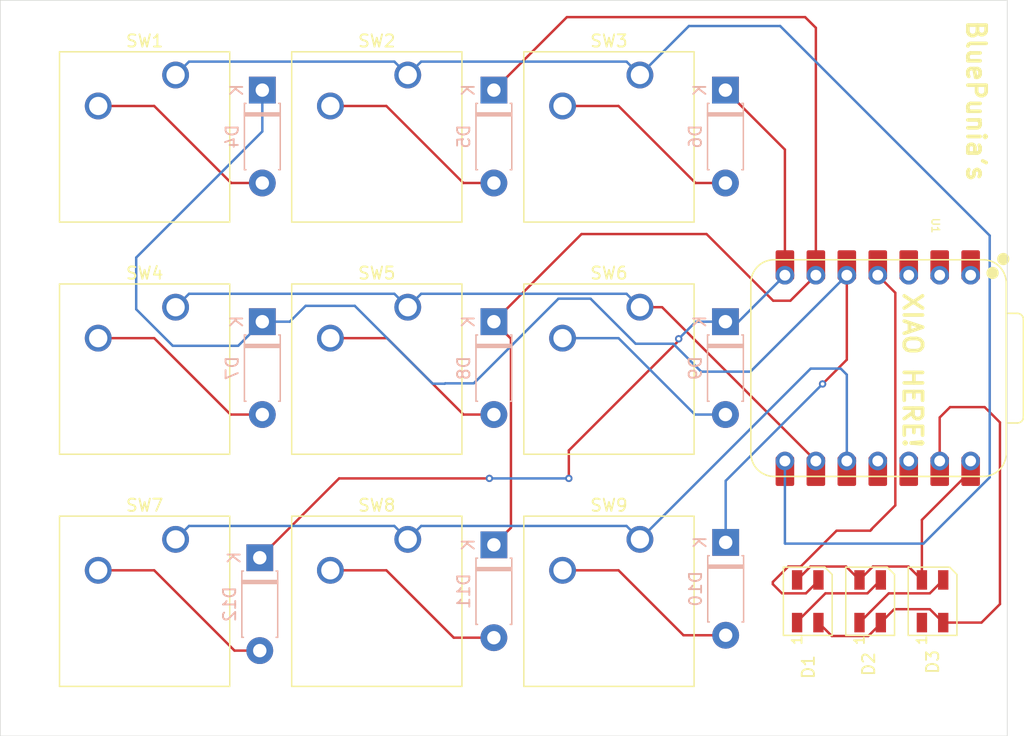
<source format=kicad_pcb>
(kicad_pcb (version 20240108) (generator "pcbnew") (generator_version "8.0")
  (layers (0 "F.Cu" signal) (31 "B.Cu" signal) (34 "B.Paste" user) (35 "F.Paste" user) (36 "B.SilkS" user "B.Silkscreen") (37 "F.SilkS" user "F.Silkscreen") (38 "B.Mask" user) (39 "F.Mask" user) (44 "Edge.Cuts" user))
  (net 0 "")
  (net 1 "Net-(D1-DIN)")
  (net 2 "GND")
  (net 3 "Net-(D1-DOUT)")
  (net 4 "+5V")
  (net 5 "Net-(D2-DOUT)")
  (net 7 "Net-(D4-A)")
  (net 8 "Net-(D10-K)")
  (net 9 "Net-(D11-K)")
  (net 10 "Net-(D5-A)")
  (net 11 "Net-(D6-A)")
  (net 12 "Net-(D12-K)")
  (net 13 "Net-(D7-A)")
  (net 14 "Net-(D8-A)")
  (net 15 "Net-(D9-A)")
  (net 16 "Net-(D10-A)")
  (net 17 "Net-(D11-A)")
  (net 18 "Net-(D12-A)")
  (net 19 "Net-(U1-GPIO1{slash}RX)")
  (net 20 "Net-(U1-GPIO2{slash}SCK)")
  (net 21 "Net-(U1-GPIO4{slash}MISO)")
  (footprint "LED_SMD:LED_SK6812MINI_PLCC4_3.5x3.5mm_P1.75mm" (layer "F.Cu") (at 147.995 97.63125 90)
    (property "Reference" "D3" (at -4.97625 0.01 90) (layer "F.SilkS"))
    (property "Value" "SK6812MINI")
    (fp_line (start -2.8 -2) (end 2.8 -2) (stroke (width 0.12)) (layer "F.SilkS"))
    (fp_line (start -2.8 -2) (end -2.8 2) (stroke (width 0.12)) (layer "F.SilkS"))
    (fp_line (start 2.8 1.4) (end 2.8 -2) (stroke (width 0.12)) (layer "F.SilkS"))
    (fp_line (start 2.8 1.4) (end 2.2 2) (stroke (width 0.12)) (layer "F.SilkS"))
    (fp_line (start -2.8 2) (end 2.2 2) (stroke (width 0.12)) (layer "F.SilkS"))
    (fp_text user "1" (at -3.2 -0.875 90) (layer "F.SilkS") (effects (font (size 0.8 0.8))))
    (pad "1" smd rect (at -1.75 -0.875 90) (size 1.6 0.85) (layers "F.Cu" "F.Paste" "F.Mask"))
    (pad "2" smd rect (at -1.75 0.875 90) (size 1.6 0.85) (layers "F.Cu" "F.Paste" "F.Mask") (net 2 "GND"))
    (pad "3" smd rect (at 1.75 0.875 90) (size 1.6 0.85) (layers "F.Cu" "F.Paste" "F.Mask") (net 5 "Net-(D2-DOUT)"))
    (pad "4" smd rect (at 1.75 -0.875 90) (size 1.6 0.85) (layers "F.Cu" "F.Paste" "F.Mask") (net 4 "+5V"))
  )
  (footprint "Button_Switch_Keyboard:SW_Cherry_MX_1.00u_PCB" (layer "F.Cu") (at 123.98375 92.55125)
    (property "Reference" "SW9" (at -2.54 -2.794 0) (layer "F.SilkS"))
    (property "Value" "SW_Push")
    (fp_line (start -9.525 -1.905) (end 4.445 -1.905) (stroke (width 0.12)) (layer "F.SilkS"))
    (fp_line (start -9.525 12.065) (end -9.525 -1.905) (stroke (width 0.12)) (layer "F.SilkS"))
    (fp_line (start 4.445 -1.905) (end 4.445 12.065) (stroke (width 0.12)) (layer "F.SilkS"))
    (fp_line (start 4.445 12.065) (end -9.525 12.065) (stroke (width 0.12)) (layer "F.SilkS"))
    (pad "" np_thru_hole circle (at -7.62 5.08) (size 1.7 1.7) (drill 1.7) (layers "*.Cu" "*.Mask"))
    (pad "" np_thru_hole circle (at -2.54 5.08) (size 4 4) (drill 4) (layers "*.Cu" "*.Mask"))
    (pad "" np_thru_hole circle (at 2.54 5.08) (size 1.7 1.7) (drill 1.7) (layers "*.Cu" "*.Mask"))
    (pad "1" thru_hole circle (at 0 0) (size 2.2 2.2) (drill 1.5) (layers "*.Cu" "*.Mask") (net 21 "Net-(U1-GPIO4{slash}MISO)"))
    (pad "2" thru_hole circle (at -6.35 2.54) (size 2.2 2.2) (drill 1.5) (layers "*.Cu" "*.Mask") (net 16 "Net-(D10-A)"))
  )
  (footprint "Button_Switch_Keyboard:SW_Cherry_MX_1.00u_PCB" (layer "F.Cu") (at 123.98375 73.50125)
    (property "Reference" "SW6" (at -2.54 -2.794 0) (layer "F.SilkS"))
    (property "Value" "SW_Push")
    (fp_line (start -9.525 -1.905) (end 4.445 -1.905) (stroke (width 0.12)) (layer "F.SilkS"))
    (fp_line (start -9.525 12.065) (end -9.525 -1.905) (stroke (width 0.12)) (layer "F.SilkS"))
    (fp_line (start 4.445 -1.905) (end 4.445 12.065) (stroke (width 0.12)) (layer "F.SilkS"))
    (fp_line (start 4.445 12.065) (end -9.525 12.065) (stroke (width 0.12)) (layer "F.SilkS"))
    (pad "" np_thru_hole circle (at -7.62 5.08) (size 1.7 1.7) (drill 1.7) (layers "*.Cu" "*.Mask"))
    (pad "" np_thru_hole circle (at -2.54 5.08) (size 4 4) (drill 4) (layers "*.Cu" "*.Mask"))
    (pad "" np_thru_hole circle (at 2.54 5.08) (size 1.7 1.7) (drill 1.7) (layers "*.Cu" "*.Mask"))
    (pad "1" thru_hole circle (at 0 0) (size 2.2 2.2) (drill 1.5) (layers "*.Cu" "*.Mask") (net 20 "Net-(U1-GPIO2{slash}SCK)"))
    (pad "2" thru_hole circle (at -6.35 2.54) (size 2.2 2.2) (drill 1.5) (layers "*.Cu" "*.Mask") (net 15 "Net-(D9-A)"))
  )
  (footprint "Button_Switch_Keyboard:SW_Cherry_MX_1.00u_PCB" (layer "F.Cu") (at 85.88375 54.45125)
    (property "Reference" "SW1" (at -2.54 -2.794 0) (layer "F.SilkS"))
    (property "Value" "SW_Push")
    (fp_line (start -9.525 -1.905) (end 4.445 -1.905) (stroke (width 0.12)) (layer "F.SilkS"))
    (fp_line (start -9.525 12.065) (end -9.525 -1.905) (stroke (width 0.12)) (layer "F.SilkS"))
    (fp_line (start 4.445 -1.905) (end 4.445 12.065) (stroke (width 0.12)) (layer "F.SilkS"))
    (fp_line (start 4.445 12.065) (end -9.525 12.065) (stroke (width 0.12)) (layer "F.SilkS"))
    (pad "" np_thru_hole circle (at -7.62 5.08) (size 1.7 1.7) (drill 1.7) (layers "*.Cu" "*.Mask"))
    (pad "" np_thru_hole circle (at -2.54 5.08) (size 4 4) (drill 4) (layers "*.Cu" "*.Mask"))
    (pad "" np_thru_hole circle (at 2.54 5.08) (size 1.7 1.7) (drill 1.7) (layers "*.Cu" "*.Mask"))
    (pad "1" thru_hole circle (at 0 0) (size 2.2 2.2) (drill 1.5) (layers "*.Cu" "*.Mask") (net 19 "Net-(U1-GPIO1{slash}RX)"))
    (pad "2" thru_hole circle (at -6.35 2.54) (size 2.2 2.2) (drill 1.5) (layers "*.Cu" "*.Mask") (net 7 "Net-(D4-A)"))
  )
  (footprint "pojectOPL:XIAO-RP2040-DIP" (layer "F.Cu") (at 143.5 78.5 -90)
    (property "Reference" "U1" (at -11.6925 -4.735 -90) (layer "F.SilkS") (effects (font (size 0.635 0.635) (thickness 0.1016))))
    (property "Value" "XIAO-RP2040-DIP")
    (fp_line (start -6.985 10.414) (end 6.985 10.414) (stroke (width 0.127)) (layer "F.SilkS"))
    (fp_line (start -8.89 8.509) (end -8.89 -8.636) (stroke (width 0.127)) (layer "F.SilkS"))
    (fp_line (start 8.89 8.509) (end 8.89 -8.636) (stroke (width 0.127)) (layer "F.SilkS"))
    (fp_line (start -4.495 -10.541) (end -4.491272 -11.451272) (stroke (width 0.127)) (layer "F.SilkS"))
    (fp_line (start 6.985 -10.541) (end -6.985 -10.541) (stroke (width 0.1)) (layer "F.SilkS"))
    (fp_line (start 6.985 -10.541) (end -6.985 -10.541) (stroke (width 0.127)) (layer "F.SilkS"))
    (fp_line (start 4.504 -11.451) (end 4.504 -10.541) (stroke (width 0.127)) (layer "F.SilkS"))
    (fp_line (start -3.991272 -11.951) (end 4.004 -11.951) (stroke (width 0.127)) (layer "F.SilkS"))
    (fp_arc (start -6.985 10.414) (mid -8.332038 9.856038) (end -8.89 8.509) (stroke (width 0.127)) (layer "F.SilkS"))
    (fp_arc (start 8.89 8.509) (mid 8.332038 9.856038) (end 6.985 10.414) (stroke (width 0.127)) (layer "F.SilkS"))
    (fp_arc (start -8.89 -8.636) (mid -8.332038 -9.983038) (end -6.985 -10.541) (stroke (width 0.127)) (layer "F.SilkS"))
    (fp_arc (start 6.985 -10.541) (mid 8.332038 -9.983038) (end 8.89 -8.636) (stroke (width 0.127)) (layer "F.SilkS"))
    (fp_arc (start -4.491272 -11.451272) (mid -4.344724 -11.804644) (end -3.991272 -11.951) (stroke (width 0.127)) (layer "F.SilkS"))
    (fp_arc (start 4.004 -11.951) (mid 4.357553 -11.804553) (end 4.504 -11.451) (stroke (width 0.127)) (layer "F.SilkS"))
    (fp_circle (center -7.807 -9.42) (end -7.807 -9.674) (stroke (width 0.5)) (fill solid) (layer "F.SilkS"))
    (fp_circle (center -8.95 -10.3) (end -8.95 -10.554) (stroke (width 0.5)) (fill solid) (layer "F.SilkS"))
    (pad "1" smd roundrect (at -8.455 -7.62 90) (size 2.432 1.524) (layers "F.Cu" "F.Mask") (roundrect_rratio 0.1))
    (pad "1" thru_hole circle (at -7.62 -7.62 90) (size 1.524 1.524) (drill 0.889) (layers "*.Cu" "*.Mask"))
    (pad "2" smd roundrect (at -8.455 -5.08 90) (size 2.432 1.524) (layers "F.Cu" "F.Mask") (roundrect_rratio 0.1))
    (pad "2" thru_hole circle (at -7.62 -5.08 90) (size 1.524 1.524) (drill 0.889) (layers "*.Cu" "*.Mask"))
    (pad "3" smd roundrect (at -8.455 -2.54 90) (size 2.432 1.524) (layers "F.Cu" "F.Mask") (roundrect_rratio 0.1))
    (pad "3" thru_hole circle (at -7.62 -2.54 90) (size 1.524 1.524) (drill 0.889) (layers "*.Cu" "*.Mask"))
    (pad "4" smd roundrect (at -8.455 0 90) (size 2.432 1.524) (layers "F.Cu" "F.Mask") (roundrect_rratio 0.1) (net 1 "Net-(D1-DIN)"))
    (pad "4" thru_hole circle (at -7.62 0 90) (size 1.524 1.524) (drill 0.889) (layers "*.Cu" "*.Mask") (net 1 "Net-(D1-DIN)"))
    (pad "5" smd roundrect (at -8.455 2.54 90) (size 2.432 1.524) (layers "F.Cu" "F.Mask") (roundrect_rratio 0.1) (net 8 "Net-(D10-K)"))
    (pad "5" thru_hole circle (at -7.62 2.54 90) (size 1.524 1.524) (drill 0.889) (layers "*.Cu" "*.Mask") (net 8 "Net-(D10-K)"))
    (pad "6" smd roundrect (at -8.455 5.08 90) (size 2.432 1.524) (layers "F.Cu" "F.Mask") (roundrect_rratio 0.1) (net 9 "Net-(D11-K)"))
    (pad "6" thru_hole circle (at -7.62 5.08 90) (size 1.524 1.524) (drill 0.889) (layers "*.Cu" "*.Mask") (net 9 "Net-(D11-K)"))
    (pad "7" smd roundrect (at -8.455 7.62 90) (size 2.432 1.524) (layers "F.Cu" "F.Mask") (roundrect_rratio 0.1) (net 12 "Net-(D12-K)"))
    (pad "7" thru_hole circle (at -7.62 7.62 90) (size 1.524 1.524) (drill 0.889) (layers "*.Cu" "*.Mask") (net 12 "Net-(D12-K)"))
    (pad "8" thru_hole circle (at 7.62 7.62 270) (size 1.524 1.524) (drill 0.889) (layers "*.Cu" "*.Mask") (net 19 "Net-(U1-GPIO1{slash}RX)"))
    (pad "8" smd roundrect (at 8.455 7.62 270) (size 2.432 1.524) (layers "F.Cu" "F.Mask") (roundrect_rratio 0.1) (net 19 "Net-(U1-GPIO1{slash}RX)"))
    (pad "9" thru_hole circle (at 7.62 5.08 270) (size 1.524 1.524) (drill 0.889) (layers "*.Cu" "*.Mask") (net 20 "Net-(U1-GPIO2{slash}SCK)"))
    (pad "9" smd roundrect (at 8.455 5.08 270) (size 2.432 1.524) (layers "F.Cu" "F.Mask") (roundrect_rratio 0.1) (net 20 "Net-(U1-GPIO2{slash}SCK)"))
    (pad "10" thru_hole circle (at 7.62 2.54 270) (size 1.524 1.524) (drill 0.889) (layers "*.Cu" "*.Mask") (net 21 "Net-(U1-GPIO4{slash}MISO)"))
    (pad "10" smd roundrect (at 8.455 2.54 270) (size 2.432 1.524) (layers "F.Cu" "F.Mask") (roundrect_rratio 0.1) (net 21 "Net-(U1-GPIO4{slash}MISO)"))
    (pad "11" thru_hole circle (at 7.62 0 270) (size 1.524 1.524) (drill 0.889) (layers "*.Cu" "*.Mask"))
    (pad "11" smd roundrect (at 8.455 0 270) (size 2.432 1.524) (layers "F.Cu" "F.Mask") (roundrect_rratio 0.1))
    (pad "12" thru_hole circle (at 7.62 -2.54 270) (size 1.524 1.524) (drill 0.889) (layers "*.Cu" "*.Mask"))
    (pad "12" smd roundrect (at 8.455 -2.54 270) (size 2.432 1.524) (layers "F.Cu" "F.Mask") (roundrect_rratio 0.1))
    (pad "13" thru_hole circle (at 7.62 -5.08 270) (size 1.524 1.524) (drill 0.889) (layers "*.Cu" "*.Mask") (net 2 "GND"))
    (pad "13" smd roundrect (at 8.455 -5.08 270) (size 2.432 1.524) (layers "F.Cu" "F.Mask") (roundrect_rratio 0.1) (net 2 "GND"))
    (pad "14" thru_hole circle (at 7.62 -7.62 270) (size 1.524 1.524) (drill 0.889) (layers "*.Cu" "*.Mask") (net 4 "+5V"))
    (pad "14" smd roundrect (at 8.455 -7.62 270) (size 2.432 1.524) (layers "F.Cu" "F.Mask") (roundrect_rratio 0.1) (net 4 "+5V"))
  )
  (footprint "LED_SMD:LED_SK6812MINI_PLCC4_3.5x3.5mm_P1.75mm" (layer "F.Cu") (at 137.755 97.63125 90)
    (property "Reference" "D1" (at -5.39625 0.05 90) (layer "F.SilkS"))
    (property "Value" "SK6812MINI")
    (fp_line (start -2.8 -2) (end 2.8 -2) (stroke (width 0.12)) (layer "F.SilkS"))
    (fp_line (start -2.8 -2) (end -2.8 2) (stroke (width 0.12)) (layer "F.SilkS"))
    (fp_line (start 2.8 1.4) (end 2.8 -2) (stroke (width 0.12)) (layer "F.SilkS"))
    (fp_line (start 2.8 1.4) (end 2.2 2) (stroke (width 0.12)) (layer "F.SilkS"))
    (fp_line (start -2.8 2) (end 2.2 2) (stroke (width 0.12)) (layer "F.SilkS"))
    (fp_text user "1" (at -3.2 -0.875 90) (layer "F.SilkS") (effects (font (size 0.8 0.8))))
    (pad "1" smd rect (at -1.75 -0.875 90) (size 1.6 0.85) (layers "F.Cu" "F.Paste" "F.Mask") (net 3 "Net-(D1-DOUT)"))
    (pad "2" smd rect (at -1.75 0.875 90) (size 1.6 0.85) (layers "F.Cu" "F.Paste" "F.Mask") (net 2 "GND"))
    (pad "3" smd rect (at 1.75 0.875 90) (size 1.6 0.85) (layers "F.Cu" "F.Paste" "F.Mask") (net 1 "Net-(D1-DIN)"))
    (pad "4" smd rect (at 1.75 -0.875 90) (size 1.6 0.85) (layers "F.Cu" "F.Paste" "F.Mask") (net 4 "+5V"))
  )
  (footprint "Button_Switch_Keyboard:SW_Cherry_MX_1.00u_PCB" (layer "F.Cu") (at 104.93375 92.55125)
    (property "Reference" "SW8" (at -2.54 -2.794 0) (layer "F.SilkS"))
    (property "Value" "SW_Push")
    (fp_line (start -9.525 -1.905) (end 4.445 -1.905) (stroke (width 0.12)) (layer "F.SilkS"))
    (fp_line (start -9.525 12.065) (end -9.525 -1.905) (stroke (width 0.12)) (layer "F.SilkS"))
    (fp_line (start 4.445 -1.905) (end 4.445 12.065) (stroke (width 0.12)) (layer "F.SilkS"))
    (fp_line (start 4.445 12.065) (end -9.525 12.065) (stroke (width 0.12)) (layer "F.SilkS"))
    (pad "" np_thru_hole circle (at -7.62 5.08) (size 1.7 1.7) (drill 1.7) (layers "*.Cu" "*.Mask"))
    (pad "" np_thru_hole circle (at -2.54 5.08) (size 4 4) (drill 4) (layers "*.Cu" "*.Mask"))
    (pad "" np_thru_hole circle (at 2.54 5.08) (size 1.7 1.7) (drill 1.7) (layers "*.Cu" "*.Mask"))
    (pad "1" thru_hole circle (at 0 0) (size 2.2 2.2) (drill 1.5) (layers "*.Cu" "*.Mask") (net 21 "Net-(U1-GPIO4{slash}MISO)"))
    (pad "2" thru_hole circle (at -6.35 2.54) (size 2.2 2.2) (drill 1.5) (layers "*.Cu" "*.Mask") (net 17 "Net-(D11-A)"))
  )
  (footprint "Button_Switch_Keyboard:SW_Cherry_MX_1.00u_PCB" (layer "F.Cu") (at 85.88375 92.55125)
    (property "Reference" "SW7" (at -2.54 -2.794 0) (layer "F.SilkS"))
    (property "Value" "SW_Push")
    (fp_line (start -9.525 -1.905) (end 4.445 -1.905) (stroke (width 0.12)) (layer "F.SilkS"))
    (fp_line (start -9.525 12.065) (end -9.525 -1.905) (stroke (width 0.12)) (layer "F.SilkS"))
    (fp_line (start 4.445 -1.905) (end 4.445 12.065) (stroke (width 0.12)) (layer "F.SilkS"))
    (fp_line (start 4.445 12.065) (end -9.525 12.065) (stroke (width 0.12)) (layer "F.SilkS"))
    (pad "" np_thru_hole circle (at -7.62 5.08) (size 1.7 1.7) (drill 1.7) (layers "*.Cu" "*.Mask"))
    (pad "" np_thru_hole circle (at -2.54 5.08) (size 4 4) (drill 4) (layers "*.Cu" "*.Mask"))
    (pad "" np_thru_hole circle (at 2.54 5.08) (size 1.7 1.7) (drill 1.7) (layers "*.Cu" "*.Mask"))
    (pad "1" thru_hole circle (at 0 0) (size 2.2 2.2) (drill 1.5) (layers "*.Cu" "*.Mask") (net 21 "Net-(U1-GPIO4{slash}MISO)"))
    (pad "2" thru_hole circle (at -6.35 2.54) (size 2.2 2.2) (drill 1.5) (layers "*.Cu" "*.Mask") (net 18 "Net-(D12-A)"))
  )
  (footprint "Button_Switch_Keyboard:SW_Cherry_MX_1.00u_PCB" (layer "F.Cu") (at 104.93375 54.45125)
    (property "Reference" "SW2" (at -2.54 -2.794 0) (layer "F.SilkS"))
    (property "Value" "SW_Push")
    (fp_line (start -9.525 -1.905) (end 4.445 -1.905) (stroke (width 0.12)) (layer "F.SilkS"))
    (fp_line (start -9.525 12.065) (end -9.525 -1.905) (stroke (width 0.12)) (layer "F.SilkS"))
    (fp_line (start 4.445 -1.905) (end 4.445 12.065) (stroke (width 0.12)) (layer "F.SilkS"))
    (fp_line (start 4.445 12.065) (end -9.525 12.065) (stroke (width 0.12)) (layer "F.SilkS"))
    (pad "" np_thru_hole circle (at -7.62 5.08) (size 1.7 1.7) (drill 1.7) (layers "*.Cu" "*.Mask"))
    (pad "" np_thru_hole circle (at -2.54 5.08) (size 4 4) (drill 4) (layers "*.Cu" "*.Mask"))
    (pad "" np_thru_hole circle (at 2.54 5.08) (size 1.7 1.7) (drill 1.7) (layers "*.Cu" "*.Mask"))
    (pad "1" thru_hole circle (at 0 0) (size 2.2 2.2) (drill 1.5) (layers "*.Cu" "*.Mask") (net 19 "Net-(U1-GPIO1{slash}RX)"))
    (pad "2" thru_hole circle (at -6.35 2.54) (size 2.2 2.2) (drill 1.5) (layers "*.Cu" "*.Mask") (net 10 "Net-(D5-A)"))
  )
  (footprint "Button_Switch_Keyboard:SW_Cherry_MX_1.00u_PCB" (layer "F.Cu") (at 123.98375 54.45125)
    (property "Reference" "SW3" (at -2.54 -2.794 0) (layer "F.SilkS"))
    (property "Value" "SW_Push")
    (fp_line (start -9.525 -1.905) (end 4.445 -1.905) (stroke (width 0.12)) (layer "F.SilkS"))
    (fp_line (start -9.525 12.065) (end -9.525 -1.905) (stroke (width 0.12)) (layer "F.SilkS"))
    (fp_line (start 4.445 -1.905) (end 4.445 12.065) (stroke (width 0.12)) (layer "F.SilkS"))
    (fp_line (start 4.445 12.065) (end -9.525 12.065) (stroke (width 0.12)) (layer "F.SilkS"))
    (pad "" np_thru_hole circle (at -7.62 5.08) (size 1.7 1.7) (drill 1.7) (layers "*.Cu" "*.Mask"))
    (pad "" np_thru_hole circle (at -2.54 5.08) (size 4 4) (drill 4) (layers "*.Cu" "*.Mask"))
    (pad "" np_thru_hole circle (at 2.54 5.08) (size 1.7 1.7) (drill 1.7) (layers "*.Cu" "*.Mask"))
    (pad "1" thru_hole circle (at 0 0) (size 2.2 2.2) (drill 1.5) (layers "*.Cu" "*.Mask") (net 19 "Net-(U1-GPIO1{slash}RX)"))
    (pad "2" thru_hole circle (at -6.35 2.54) (size 2.2 2.2) (drill 1.5) (layers "*.Cu" "*.Mask") (net 11 "Net-(D6-A)"))
  )
  (footprint "Button_Switch_Keyboard:SW_Cherry_MX_1.00u_PCB" (layer "F.Cu") (at 104.93375 73.50125)
    (property "Reference" "SW5" (at -2.54 -2.794 0) (layer "F.SilkS"))
    (property "Value" "SW_Push")
    (fp_line (start -9.525 -1.905) (end 4.445 -1.905) (stroke (width 0.12)) (layer "F.SilkS"))
    (fp_line (start -9.525 12.065) (end -9.525 -1.905) (stroke (width 0.12)) (layer "F.SilkS"))
    (fp_line (start 4.445 -1.905) (end 4.445 12.065) (stroke (width 0.12)) (layer "F.SilkS"))
    (fp_line (start 4.445 12.065) (end -9.525 12.065) (stroke (width 0.12)) (layer "F.SilkS"))
    (pad "" np_thru_hole circle (at -7.62 5.08) (size 1.7 1.7) (drill 1.7) (layers "*.Cu" "*.Mask"))
    (pad "" np_thru_hole circle (at -2.54 5.08) (size 4 4) (drill 4) (layers "*.Cu" "*.Mask"))
    (pad "" np_thru_hole circle (at 2.54 5.08) (size 1.7 1.7) (drill 1.7) (layers "*.Cu" "*.Mask"))
    (pad "1" thru_hole circle (at 0 0) (size 2.2 2.2) (drill 1.5) (layers "*.Cu" "*.Mask") (net 20 "Net-(U1-GPIO2{slash}SCK)"))
    (pad "2" thru_hole circle (at -6.35 2.54) (size 2.2 2.2) (drill 1.5) (layers "*.Cu" "*.Mask") (net 14 "Net-(D8-A)"))
  )
  (footprint "LED_SMD:LED_SK6812MINI_PLCC4_3.5x3.5mm_P1.75mm" (layer "F.Cu") (at 142.875 97.63125 90)
    (property "Reference" "D2" (at -5.15625 -0.12 90) (layer "F.SilkS"))
    (property "Value" "SK6812MINI")
    (fp_line (start -2.8 -2) (end 2.8 -2) (stroke (width 0.12)) (layer "F.SilkS"))
    (fp_line (start -2.8 -2) (end -2.8 2) (stroke (width 0.12)) (layer "F.SilkS"))
    (fp_line (start 2.8 1.4) (end 2.8 -2) (stroke (width 0.12)) (layer "F.SilkS"))
    (fp_line (start 2.8 1.4) (end 2.2 2) (stroke (width 0.12)) (layer "F.SilkS"))
    (fp_line (start -2.8 2) (end 2.2 2) (stroke (width 0.12)) (layer "F.SilkS"))
    (fp_text user "1" (at -3.2 -0.875 90) (layer "F.SilkS") (effects (font (size 0.8 0.8))))
    (pad "1" smd rect (at -1.75 -0.875 90) (size 1.6 0.85) (layers "F.Cu" "F.Paste" "F.Mask") (net 5 "Net-(D2-DOUT)"))
    (pad "2" smd rect (at -1.75 0.875 90) (size 1.6 0.85) (layers "F.Cu" "F.Paste" "F.Mask") (net 2 "GND"))
    (pad "3" smd rect (at 1.75 0.875 90) (size 1.6 0.85) (layers "F.Cu" "F.Paste" "F.Mask") (net 3 "Net-(D1-DOUT)"))
    (pad "4" smd rect (at 1.75 -0.875 90) (size 1.6 0.85) (layers "F.Cu" "F.Paste" "F.Mask") (net 4 "+5V"))
  )
  (footprint "Button_Switch_Keyboard:SW_Cherry_MX_1.00u_PCB" (layer "F.Cu") (at 85.88375 73.50125)
    (property "Reference" "SW4" (at -2.54 -2.794 0) (layer "F.SilkS"))
    (property "Value" "SW_Push")
    (fp_line (start -9.525 -1.905) (end 4.445 -1.905) (stroke (width 0.12)) (layer "F.SilkS"))
    (fp_line (start -9.525 12.065) (end -9.525 -1.905) (stroke (width 0.12)) (layer "F.SilkS"))
    (fp_line (start 4.445 -1.905) (end 4.445 12.065) (stroke (width 0.12)) (layer "F.SilkS"))
    (fp_line (start 4.445 12.065) (end -9.525 12.065) (stroke (width 0.12)) (layer "F.SilkS"))
    (pad "" np_thru_hole circle (at -7.62 5.08) (size 1.7 1.7) (drill 1.7) (layers "*.Cu" "*.Mask"))
    (pad "" np_thru_hole circle (at -2.54 5.08) (size 4 4) (drill 4) (layers "*.Cu" "*.Mask"))
    (pad "" np_thru_hole circle (at 2.54 5.08) (size 1.7 1.7) (drill 1.7) (layers "*.Cu" "*.Mask"))
    (pad "1" thru_hole circle (at 0 0) (size 2.2 2.2) (drill 1.5) (layers "*.Cu" "*.Mask") (net 20 "Net-(U1-GPIO2{slash}SCK)"))
    (pad "2" thru_hole circle (at -6.35 2.54) (size 2.2 2.2) (drill 1.5) (layers "*.Cu" "*.Mask") (net 13 "Net-(D7-A)"))
  )
  (footprint "Diode_THT:D_DO-41_SOD81_P7.62mm_Horizontal" (layer "B.Cu") (at 112 55.69 -90)
    (property "Reference" "D5" (at 3.81 2.47 90) (layer "B.SilkS") (effects (justify mirror)))
    (property "Value" "D")
    (fp_line (start 1.09 1.47) (end 1.09 1.34) (stroke (width 0.12)) (layer "B.SilkS"))
    (fp_line (start 6.53 1.47) (end 1.09 1.47) (stroke (width 0.12)) (layer "B.SilkS"))
    (fp_line (start 6.53 1.34) (end 6.53 1.47) (stroke (width 0.12)) (layer "B.SilkS"))
    (fp_line (start 6.53 -1.34) (end 6.53 -1.47) (stroke (width 0.12)) (layer "B.SilkS"))
    (fp_line (start 1.09 -1.47) (end 1.09 -1.34) (stroke (width 0.12)) (layer "B.SilkS"))
    (fp_line (start 1.87 -1.47) (end 1.87 1.47) (stroke (width 0.12)) (layer "B.SilkS"))
    (fp_line (start 1.99 -1.47) (end 1.99 1.47) (stroke (width 0.12)) (layer "B.SilkS"))
    (fp_line (start 2.11 -1.47) (end 2.11 1.47) (stroke (width 0.12)) (layer "B.SilkS"))
    (fp_line (start 6.53 -1.47) (end 1.09 -1.47) (stroke (width 0.12)) (layer "B.SilkS"))
    (fp_text user "K" (at 0 2.1 90) (layer "B.SilkS") (effects (justify mirror)))
    (pad "1" thru_hole rect (at 0 0 270) (size 2.2 2.2) (drill 1.1) (layers "*.Cu" "*.Mask") (net 9 "Net-(D11-K)"))
    (pad "2" thru_hole oval (at 7.62 0 270) (size 2.2 2.2) (drill 1.1) (layers "*.Cu" "*.Mask") (net 10 "Net-(D5-A)"))
  )
  (footprint "Diode_THT:D_DO-41_SOD81_P7.62mm_Horizontal" (layer "B.Cu") (at 131.02 92.8 -90)
    (property "Reference" "D10" (at 3.81 2.47 90) (layer "B.SilkS") (effects (justify mirror)))
    (property "Value" "D")
    (fp_line (start 1.09 1.47) (end 1.09 1.34) (stroke (width 0.12)) (layer "B.SilkS"))
    (fp_line (start 6.53 1.47) (end 1.09 1.47) (stroke (width 0.12)) (layer "B.SilkS"))
    (fp_line (start 6.53 1.34) (end 6.53 1.47) (stroke (width 0.12)) (layer "B.SilkS"))
    (fp_line (start 6.53 -1.34) (end 6.53 -1.47) (stroke (width 0.12)) (layer "B.SilkS"))
    (fp_line (start 1.09 -1.47) (end 1.09 -1.34) (stroke (width 0.12)) (layer "B.SilkS"))
    (fp_line (start 1.87 -1.47) (end 1.87 1.47) (stroke (width 0.12)) (layer "B.SilkS"))
    (fp_line (start 1.99 -1.47) (end 1.99 1.47) (stroke (width 0.12)) (layer "B.SilkS"))
    (fp_line (start 2.11 -1.47) (end 2.11 1.47) (stroke (width 0.12)) (layer "B.SilkS"))
    (fp_line (start 6.53 -1.47) (end 1.09 -1.47) (stroke (width 0.12)) (layer "B.SilkS"))
    (fp_text user "K" (at 0 2.1 90) (layer "B.SilkS") (effects (justify mirror)))
    (pad "1" thru_hole rect (at 0 0 270) (size 2.2 2.2) (drill 1.1) (layers "*.Cu" "*.Mask") (net 8 "Net-(D10-K)"))
    (pad "2" thru_hole oval (at 7.62 0 270) (size 2.2 2.2) (drill 1.1) (layers "*.Cu" "*.Mask") (net 16 "Net-(D10-A)"))
  )
  (footprint "Diode_THT:D_DO-41_SOD81_P7.62mm_Horizontal" (layer "B.Cu") (at 112 74.69 -90)
    (property "Reference" "D8" (at 3.81 2.47 90) (layer "B.SilkS") (effects (justify mirror)))
    (property "Value" "D")
    (fp_line (start 1.09 1.47) (end 1.09 1.34) (stroke (width 0.12)) (layer "B.SilkS"))
    (fp_line (start 6.53 1.47) (end 1.09 1.47) (stroke (width 0.12)) (layer "B.SilkS"))
    (fp_line (start 6.53 1.34) (end 6.53 1.47) (stroke (width 0.12)) (layer "B.SilkS"))
    (fp_line (start 6.53 -1.34) (end 6.53 -1.47) (stroke (width 0.12)) (layer "B.SilkS"))
    (fp_line (start 1.09 -1.47) (end 1.09 -1.34) (stroke (width 0.12)) (layer "B.SilkS"))
    (fp_line (start 1.87 -1.47) (end 1.87 1.47) (stroke (width 0.12)) (layer "B.SilkS"))
    (fp_line (start 1.99 -1.47) (end 1.99 1.47) (stroke (width 0.12)) (layer "B.SilkS"))
    (fp_line (start 2.11 -1.47) (end 2.11 1.47) (stroke (width 0.12)) (layer "B.SilkS"))
    (fp_line (start 6.53 -1.47) (end 1.09 -1.47) (stroke (width 0.12)) (layer "B.SilkS"))
    (fp_text user "K" (at 0 2.1 90) (layer "B.SilkS") (effects (justify mirror)))
    (pad "1" thru_hole rect (at 0 0 270) (size 2.2 2.2) (drill 1.1) (layers "*.Cu" "*.Mask") (net 9 "Net-(D11-K)"))
    (pad "2" thru_hole oval (at 7.62 0 270) (size 2.2 2.2) (drill 1.1) (layers "*.Cu" "*.Mask") (net 14 "Net-(D8-A)"))
  )
  (footprint "Diode_THT:D_DO-41_SOD81_P7.62mm_Horizontal" (layer "B.Cu") (at 131 74.69 -90)
    (property "Reference" "D9" (at 3.81 2.47 90) (layer "B.SilkS") (effects (justify mirror)))
    (property "Value" "D")
    (fp_line (start 1.09 1.47) (end 1.09 1.34) (stroke (width 0.12)) (layer "B.SilkS"))
    (fp_line (start 6.53 1.47) (end 1.09 1.47) (stroke (width 0.12)) (layer "B.SilkS"))
    (fp_line (start 6.53 1.34) (end 6.53 1.47) (stroke (width 0.12)) (layer "B.SilkS"))
    (fp_line (start 6.53 -1.34) (end 6.53 -1.47) (stroke (width 0.12)) (layer "B.SilkS"))
    (fp_line (start 1.09 -1.47) (end 1.09 -1.34) (stroke (width 0.12)) (layer "B.SilkS"))
    (fp_line (start 1.87 -1.47) (end 1.87 1.47) (stroke (width 0.12)) (layer "B.SilkS"))
    (fp_line (start 1.99 -1.47) (end 1.99 1.47) (stroke (width 0.12)) (layer "B.SilkS"))
    (fp_line (start 2.11 -1.47) (end 2.11 1.47) (stroke (width 0.12)) (layer "B.SilkS"))
    (fp_line (start 6.53 -1.47) (end 1.09 -1.47) (stroke (width 0.12)) (layer "B.SilkS"))
    (fp_text user "K" (at 0 2.1 90) (layer "B.SilkS") (effects (justify mirror)))
    (pad "1" thru_hole rect (at 0 0 270) (size 2.2 2.2) (drill 1.1) (layers "*.Cu" "*.Mask") (net 12 "Net-(D12-K)"))
    (pad "2" thru_hole oval (at 7.62 0 270) (size 2.2 2.2) (drill 1.1) (layers "*.Cu" "*.Mask") (net 15 "Net-(D9-A)"))
  )
  (footprint "Diode_THT:D_DO-41_SOD81_P7.62mm_Horizontal" (layer "B.Cu") (at 131 55.69 -90)
    (property "Reference" "D6" (at 3.81 2.47 90) (layer "B.SilkS") (effects (justify mirror)))
    (property "Value" "D")
    (fp_line (start 1.09 1.47) (end 1.09 1.34) (stroke (width 0.12)) (layer "B.SilkS"))
    (fp_line (start 6.53 1.47) (end 1.09 1.47) (stroke (width 0.12)) (layer "B.SilkS"))
    (fp_line (start 6.53 1.34) (end 6.53 1.47) (stroke (width 0.12)) (layer "B.SilkS"))
    (fp_line (start 6.53 -1.34) (end 6.53 -1.47) (stroke (width 0.12)) (layer "B.SilkS"))
    (fp_line (start 1.09 -1.47) (end 1.09 -1.34) (stroke (width 0.12)) (layer "B.SilkS"))
    (fp_line (start 1.87 -1.47) (end 1.87 1.47) (stroke (width 0.12)) (layer "B.SilkS"))
    (fp_line (start 1.99 -1.47) (end 1.99 1.47) (stroke (width 0.12)) (layer "B.SilkS"))
    (fp_line (start 2.11 -1.47) (end 2.11 1.47) (stroke (width 0.12)) (layer "B.SilkS"))
    (fp_line (start 6.53 -1.47) (end 1.09 -1.47) (stroke (width 0.12)) (layer "B.SilkS"))
    (fp_text user "K" (at 0 2.1 90) (layer "B.SilkS") (effects (justify mirror)))
    (pad "1" thru_hole rect (at 0 0 270) (size 2.2 2.2) (drill 1.1) (layers "*.Cu" "*.Mask") (net 12 "Net-(D12-K)"))
    (pad "2" thru_hole oval (at 7.62 0 270) (size 2.2 2.2) (drill 1.1) (layers "*.Cu" "*.Mask") (net 11 "Net-(D6-A)"))
  )
  (footprint "Diode_THT:D_DO-41_SOD81_P7.62mm_Horizontal" (layer "B.Cu") (at 92.79 94.06 -90)
    (property "Reference" "D12" (at 3.81 2.47 90) (layer "B.SilkS") (effects (justify mirror)))
    (property "Value" "D")
    (fp_line (start 1.09 1.47) (end 1.09 1.34) (stroke (width 0.12)) (layer "B.SilkS"))
    (fp_line (start 6.53 1.47) (end 1.09 1.47) (stroke (width 0.12)) (layer "B.SilkS"))
    (fp_line (start 6.53 1.34) (end 6.53 1.47) (stroke (width 0.12)) (layer "B.SilkS"))
    (fp_line (start 6.53 -1.34) (end 6.53 -1.47) (stroke (width 0.12)) (layer "B.SilkS"))
    (fp_line (start 1.09 -1.47) (end 1.09 -1.34) (stroke (width 0.12)) (layer "B.SilkS"))
    (fp_line (start 1.87 -1.47) (end 1.87 1.47) (stroke (width 0.12)) (layer "B.SilkS"))
    (fp_line (start 1.99 -1.47) (end 1.99 1.47) (stroke (width 0.12)) (layer "B.SilkS"))
    (fp_line (start 2.11 -1.47) (end 2.11 1.47) (stroke (width 0.12)) (layer "B.SilkS"))
    (fp_line (start 6.53 -1.47) (end 1.09 -1.47) (stroke (width 0.12)) (layer "B.SilkS"))
    (fp_text user "K" (at 0 2.1 90) (layer "B.SilkS") (effects (justify mirror)))
    (pad "1" thru_hole rect (at 0 0 270) (size 2.2 2.2) (drill 1.1) (layers "*.Cu" "*.Mask") (net 12 "Net-(D12-K)"))
    (pad "2" thru_hole oval (at 7.62 0 270) (size 2.2 2.2) (drill 1.1) (layers "*.Cu" "*.Mask") (net 18 "Net-(D12-A)"))
  )
  (footprint "Diode_THT:D_DO-41_SOD81_P7.62mm_Horizontal" (layer "B.Cu") (at 112 93 -90)
    (property "Reference" "D11" (at 3.81 2.47 90) (layer "B.SilkS") (effects (justify mirror)))
    (property "Value" "D")
    (fp_line (start 1.09 1.47) (end 1.09 1.34) (stroke (width 0.12)) (layer "B.SilkS"))
    (fp_line (start 6.53 1.47) (end 1.09 1.47) (stroke (width 0.12)) (layer "B.SilkS"))
    (fp_line (start 6.53 1.34) (end 6.53 1.47) (stroke (width 0.12)) (layer "B.SilkS"))
    (fp_line (start 6.53 -1.34) (end 6.53 -1.47) (stroke (width 0.12)) (layer "B.SilkS"))
    (fp_line (start 1.09 -1.47) (end 1.09 -1.34) (stroke (width 0.12)) (layer "B.SilkS"))
    (fp_line (start 1.87 -1.47) (end 1.87 1.47) (stroke (width 0.12)) (layer "B.SilkS"))
    (fp_line (start 1.99 -1.47) (end 1.99 1.47) (stroke (width 0.12)) (layer "B.SilkS"))
    (fp_line (start 2.11 -1.47) (end 2.11 1.47) (stroke (width 0.12)) (layer "B.SilkS"))
    (fp_line (start 6.53 -1.47) (end 1.09 -1.47) (stroke (width 0.12)) (layer "B.SilkS"))
    (fp_text user "K" (at 0 2.1 90) (layer "B.SilkS") (effects (justify mirror)))
    (pad "1" thru_hole rect (at 0 0 270) (size 2.2 2.2) (drill 1.1) (layers "*.Cu" "*.Mask") (net 9 "Net-(D11-K)"))
    (pad "2" thru_hole oval (at 7.62 0 270) (size 2.2 2.2) (drill 1.1) (layers "*.Cu" "*.Mask") (net 17 "Net-(D11-A)"))
  )
  (footprint "Diode_THT:D_DO-41_SOD81_P7.62mm_Horizontal" (layer "B.Cu") (at 93 55.69 -90)
    (property "Reference" "D4" (at 3.81 2.47 90) (layer "B.SilkS") (effects (justify mirror)))
    (property "Value" "D")
    (fp_line (start 1.09 1.47) (end 1.09 1.34) (stroke (width 0.12)) (layer "B.SilkS"))
    (fp_line (start 6.53 1.47) (end 1.09 1.47) (stroke (width 0.12)) (layer "B.SilkS"))
    (fp_line (start 6.53 1.34) (end 6.53 1.47) (stroke (width 0.12)) (layer "B.SilkS"))
    (fp_line (start 6.53 -1.34) (end 6.53 -1.47) (stroke (width 0.12)) (layer "B.SilkS"))
    (fp_line (start 1.09 -1.47) (end 1.09 -1.34) (stroke (width 0.12)) (layer "B.SilkS"))
    (fp_line (start 1.87 -1.47) (end 1.87 1.47) (stroke (width 0.12)) (layer "B.SilkS"))
    (fp_line (start 1.99 -1.47) (end 1.99 1.47) (stroke (width 0.12)) (layer "B.SilkS"))
    (fp_line (start 2.11 -1.47) (end 2.11 1.47) (stroke (width 0.12)) (layer "B.SilkS"))
    (fp_line (start 6.53 -1.47) (end 1.09 -1.47) (stroke (width 0.12)) (layer "B.SilkS"))
    (fp_text user "K" (at 0 2.1 90) (layer "B.SilkS") (effects (justify mirror)))
    (pad "1" thru_hole rect (at 0 0 270) (size 2.2 2.2) (drill 1.1) (layers "*.Cu" "*.Mask") (net 8 "Net-(D10-K)"))
    (pad "2" thru_hole oval (at 7.62 0 270) (size 2.2 2.2) (drill 1.1) (layers "*.Cu" "*.Mask") (net 7 "Net-(D4-A)"))
  )
  (footprint "Diode_THT:D_DO-41_SOD81_P7.62mm_Horizontal" (layer "B.Cu") (at 93 74.69 -90)
    (property "Reference" "D7" (at 3.81 2.47 90) (layer "B.SilkS") (effects (justify mirror)))
    (property "Value" "D")
    (fp_line (start 1.09 1.47) (end 1.09 1.34) (stroke (width 0.12)) (layer "B.SilkS"))
    (fp_line (start 6.53 1.47) (end 1.09 1.47) (stroke (width 0.12)) (layer "B.SilkS"))
    (fp_line (start 6.53 1.34) (end 6.53 1.47) (stroke (width 0.12)) (layer "B.SilkS"))
    (fp_line (start 6.53 -1.34) (end 6.53 -1.47) (stroke (width 0.12)) (layer "B.SilkS"))
    (fp_line (start 1.09 -1.47) (end 1.09 -1.34) (stroke (width 0.12)) (layer "B.SilkS"))
    (fp_line (start 1.87 -1.47) (end 1.87 1.47) (stroke (width 0.12)) (layer "B.SilkS"))
    (fp_line (start 1.99 -1.47) (end 1.99 1.47) (stroke (width 0.12)) (layer "B.SilkS"))
    (fp_line (start 2.11 -1.47) (end 2.11 1.47) (stroke (width 0.12)) (layer "B.SilkS"))
    (fp_line (start 6.53 -1.47) (end 1.09 -1.47) (stroke (width 0.12)) (layer "B.SilkS"))
    (fp_text user "K" (at 0 2.1 90) (layer "B.SilkS") (effects (justify mirror)))
    (pad "1" thru_hole rect (at 0 0 270) (size 2.2 2.2) (drill 1.1) (layers "*.Cu" "*.Mask") (net 8 "Net-(D10-K)"))
    (pad "2" thru_hole oval (at 7.62 0 270) (size 2.2 2.2) (drill 1.1) (layers "*.Cu" "*.Mask") (net 13 "Net-(D7-A)"))
  )
  (gr_rect (start 71.5 48.32) (end 154.125 108.6875) (stroke (width 0.05)) (fill none) (layer "Edge.Cuts"))
  (gr_text "BluePunia's" (at 150.695 49.7975 -90) (layer "F.SilkS") (effects (font (size 1.5 1.5) (thickness 0.3) (bold yes)) (justify left bottom)))
  (gr_text "XIAO HERE!" (at 145.475 72.1575 270) (layer "F.SilkS") (effects (font (size 1.5 1.5) (thickness 0.3) (bold yes)) (justify left bottom)))
  (segment (start 134.89 96.04625) (end 136.155 94.78125) (width 0.2) (layer "F.Cu") (net 1))
  (segment (start 140.12 91.84) (end 142.89 91.84) (width 0.2) (layer "F.Cu") (net 1))
  (segment (start 142.99 91.74) (end 142.99 91.71) (width 0.2) (layer "F.Cu") (net 1))
  (segment (start 138.63 95.95625) (end 137.605 96.98125) (width 0.2) (layer "F.Cu") (net 1))
  (segment (start 137.605 96.98125) (end 135.64125 96.98125) (width 0.2) (layer "F.Cu") (net 1))
  (segment (start 144.94 72.32) (end 143.5 70.88) (width 0.2) (layer "F.Cu") (net 1))
  (segment (start 134.89 96.23) (end 134.89 96.04625) (width 0.2) (layer "F.Cu") (net 1))
  (segment (start 142.99 91.71) (end 144.94 89.76) (width 0.2) (layer "F.Cu") (net 1))
  (segment (start 137.17875 94.78125) (end 140.12 91.84) (width 0.2) (layer "F.Cu") (net 1))
  (segment (start 138.63 95.88125) (end 138.63 95.95625) (width 0.2) (layer "F.Cu") (net 1))
  (segment (start 136.155 94.78125) (end 137.17875 94.78125) (width 0.2) (layer "F.Cu") (net 1))
  (segment (start 135.64125 96.98125) (end 134.89 96.23) (width 0.2) (layer "F.Cu") (net 1))
  (segment (start 142.89 91.84) (end 142.99 91.74) (width 0.2) (layer "F.Cu") (net 1))
  (segment (start 144.94 89.76) (end 144.94 72.32) (width 0.2) (layer "F.Cu") (net 1))
  (segment (start 143.75 99.45625) (end 143.75 99.38125) (width 0.2) (layer "F.Cu") (net 2))
  (segment (start 147.77 98.28125) (end 148.87 99.38125) (width 0.2) (layer "F.Cu") (net 2))
  (segment (start 139.73 100.48125) (end 142.725 100.48125) (width 0.2) (layer "F.Cu") (net 2))
  (segment (start 152.00875 99.38125) (end 148.87 99.38125) (width 0.2) (layer "F.Cu") (net 2))
  (segment (start 153.525 97.865) (end 152.00875 99.38125) (width 0.2) (layer "F.Cu") (net 2))
  (segment (start 144.85 98.28125) (end 147.77 98.28125) (width 0.2) (layer "F.Cu") (net 2))
  (segment (start 149.4325 81.7) (end 152.27 81.7) (width 0.2) (layer "F.Cu") (net 2))
  (segment (start 148.58 86.12) (end 148.58 87.19763) (width 0.2) (layer "F.Cu") (net 2))
  (segment (start 148.58 86.12) (end 148.58 82.5525) (width 0.2) (layer "F.Cu") (net 2))
  (segment (start 142.725 100.48125) (end 143.75 99.45625) (width 0.2) (layer "F.Cu") (net 2))
  (segment (start 152.27 81.7) (end 153.525 82.955) (width 0.2) (layer "F.Cu") (net 2))
  (segment (start 153.525 82.955) (end 153.525 97.865) (width 0.2) (layer "F.Cu") (net 2))
  (segment (start 138.63 99.38125) (end 139.73 100.48125) (width 0.2) (layer "F.Cu") (net 2))
  (segment (start 143.75 99.38125) (end 144.85 98.28125) (width 0.2) (layer "F.Cu") (net 2))
  (segment (start 148.58 82.5525) (end 149.4325 81.7) (width 0.2) (layer "F.Cu") (net 2))
  (segment (start 136.88 99.38125) (end 136.88 99.30625) (width 0.2) (layer "F.Cu") (net 3))
  (segment (start 139.205 96.98125) (end 142.65 96.98125) (width 0.2) (layer "F.Cu") (net 3))
  (segment (start 136.88 99.30625) (end 139.205 96.98125) (width 0.2) (layer "F.Cu") (net 3))
  (segment (start 142.65 96.98125) (end 143.75 95.88125) (width 0.2) (layer "F.Cu") (net 3))
  (segment (start 136.88 95.88125) (end 137.98 94.78125) (width 0.2) (layer "F.Cu") (net 4))
  (segment (start 146.02 94.78125) (end 147.12 95.88125) (width 0.2) (layer "F.Cu") (net 4))
  (segment (start 147.12 95.88125) (end 147.12 90.955) (width 0.2) (layer "F.Cu") (net 4))
  (segment (start 140.9 94.78125) (end 142 95.88125) (width 0.2) (layer "F.Cu") (net 4))
  (segment (start 142 95.88125) (end 143.1 94.78125) (width 0.2) (layer "F.Cu") (net 4))
  (segment (start 147.12 90.955) (end 151.12 86.955) (width 0.2) (layer "F.Cu") (net 4))
  (segment (start 142 95.95625) (end 142 95.88125) (width 0.2) (layer "F.Cu") (net 4))
  (segment (start 137.98 94.78125) (end 140.9 94.78125) (width 0.2) (layer "F.Cu") (net 4))
  (segment (start 143.1 94.78125) (end 146.02 94.78125) (width 0.2) (layer "F.Cu") (net 4))
  (segment (start 144.4 96.98125) (end 147.77 96.98125) (width 0.2) (layer "F.Cu") (net 5))
  (segment (start 147.77 96.98125) (end 148.87 95.88125) (width 0.2) (layer "F.Cu") (net 5))
  (segment (start 142 99.38125) (end 144.4 96.98125) (width 0.2) (layer "F.Cu") (net 5))
  (segment (start 84.127152 56.99125) (end 90.445902 63.31) (width 0.2) (layer "F.Cu") (net 7))
  (segment (start 90.445902 63.31) (end 93 63.31) (width 0.2) (layer "F.Cu") (net 7))
  (segment (start 79.53375 56.99125) (end 84.127152 56.99125) (width 0.2) (layer "F.Cu") (net 7))
  (segment (start 138.97 79.8) (end 140.96 77.81) (width 0.2) (layer "F.Cu") (net 8))
  (segment (start 140.96 77.81) (end 140.96 70.88) (width 0.2) (layer "F.Cu") (net 8))
  (via (at 138.97 79.8) (size 0.6) (drill 0.3) (layers "F.Cu" "B.Cu") (net 8))
  (segment (start 93 55.69) (end 93 59.08) (width 0.2) (layer "B.Cu") (net 8))
  (segment (start 126.72 76.5) (end 129.01 78.79) (width 0.2) (layer "B.Cu") (net 8))
  (segment (start 93 74.69) (end 95.252601 74.69) (width 0.2) (layer "B.Cu") (net 8))
  (segment (start 110.35 79.75) (end 117.298749 72.801251) (width 0.2) (layer "B.Cu") (net 8))
  (segment (start 133.05 78.79) (end 140.96 70.88) (width 0.2) (layer "B.Cu") (net 8))
  (segment (start 129.01 78.79) (end 133.05 78.79) (width 0.2) (layer "B.Cu") (net 8))
  (segment (start 117.298749 72.801251) (end 119.931251 72.801251) (width 0.2) (layer "B.Cu") (net 8))
  (segment (start 123.63 76.5) (end 126.72 76.5) (width 0.2) (layer "B.Cu") (net 8))
  (segment (start 131.02 87.75) (end 138.97 79.8) (width 0.2) (layer "B.Cu") (net 8))
  (segment (start 82.65 73.67) (end 85.65 76.67) (width 0.2) (layer "B.Cu") (net 8))
  (segment (start 119.931251 72.801251) (end 123.63 76.5) (width 0.2) (layer "B.Cu") (net 8))
  (segment (start 108.002056 79.75) (end 110.35 79.75) (width 0.2) (layer "B.Cu") (net 8))
  (segment (start 106.976694 79.78125) (end 107.970806 79.78125) (width 0.2) (layer "B.Cu") (net 8))
  (segment (start 100.585444 73.39) (end 106.976694 79.78125) (width 0.2) (layer "B.Cu") (net 8))
  (segment (start 96.552601 73.39) (end 100.585444 73.39) (width 0.2) (layer "B.Cu") (net 8))
  (segment (start 91.02 76.67) (end 93 74.69) (width 0.2) (layer "B.Cu") (net 8))
  (segment (start 82.65 69.43) (end 82.65 73.67) (width 0.2) (layer "B.Cu") (net 8))
  (segment (start 85.65 76.67) (end 91.02 76.67) (width 0.2) (layer "B.Cu") (net 8))
  (segment (start 93 59.08) (end 82.65 69.43) (width 0.2) (layer "B.Cu") (net 8))
  (segment (start 95.252601 74.69) (end 96.552601 73.39) (width 0.2) (layer "B.Cu") (net 8))
  (segment (start 107.970806 79.78125) (end 108.002056 79.75) (width 0.2) (layer "B.Cu") (net 8))
  (segment (start 131.02 92.8) (end 131.02 87.75) (width 0.2) (layer "B.Cu") (net 8))
  (segment (start 117.99 49.7) (end 137.54 49.7) (width 0.2) (layer "F.Cu") (net 9))
  (segment (start 129.45 67.5) (end 134.92 72.97) (width 0.2) (layer "F.Cu") (net 9))
  (segment (start 119.19 67.5) (end 129.45 67.5) (width 0.2) (layer "F.Cu") (net 9))
  (segment (start 137.54 49.7) (end 138.42 50.58) (width 0.2) (layer "F.Cu") (net 9))
  (segment (start 112 74.69) (end 119.19 67.5) (width 0.2) (layer "F.Cu") (net 9))
  (segment (start 113.4 76.09) (end 113.4 91.6) (width 0.2) (layer "F.Cu") (net 9))
  (segment (start 112 55.69) (end 117.99 49.7) (width 0.2) (layer "F.Cu") (net 9))
  (segment (start 138.42 50.58) (end 138.42 70.88) (width 0.2) (layer "F.Cu") (net 9))
  (segment (start 136.33 72.97) (end 138.42 70.88) (width 0.2) (layer "F.Cu") (net 9))
  (segment (start 113.4 91.6) (end 112 93) (width 0.2) (layer "F.Cu") (net 9))
  (segment (start 134.92 72.97) (end 136.33 72.97) (width 0.2) (layer "F.Cu") (net 9))
  (segment (start 112 74.69) (end 113.4 76.09) (width 0.2) (layer "F.Cu") (net 9))
  (segment (start 98.58375 56.99125) (end 103.177152 56.99125) (width 0.2) (layer "F.Cu") (net 10))
  (segment (start 103.177152 56.99125) (end 109.495902 63.31) (width 0.2) (layer "F.Cu") (net 10))
  (segment (start 109.495902 63.31) (end 112 63.31) (width 0.2) (layer "F.Cu") (net 10))
  (segment (start 128.545902 63.31) (end 131 63.31) (width 0.2) (layer "F.Cu") (net 11))
  (segment (start 117.63375 56.99125) (end 122.227152 56.99125) (width 0.2) (layer "F.Cu") (net 11))
  (segment (start 122.227152 56.99125) (end 128.545902 63.31) (width 0.2) (layer "F.Cu") (net 11))
  (segment (start 135.88 60.57) (end 135.88 70.88) (width 0.2) (layer "F.Cu") (net 12))
  (segment (start 92.79 94.06) (end 99.3 87.55) (width 0.2) (layer "F.Cu") (net 12))
  (segment (start 131 74.69) (end 132.07 74.69) (width 0.2) (layer "F.Cu") (net 12))
  (segment (start 118.15 87.55) (end 118.15 85.257944) (width 0.2) (layer "F.Cu") (net 12))
  (segment (start 118.15 85.257944) (end 127.164265 76.243679) (width 0.2) (layer "F.Cu") (net 12))
  (segment (start 127.164265 76.243679) (end 127.164265 76.095735) (width 0.2) (layer "F.Cu") (net 12))
  (segment (start 131 55.69) (end 135.88 60.57) (width 0.2) (layer "F.Cu") (net 12))
  (segment (start 99.3 87.55) (end 111.63 87.55) (width 0.2) (layer "F.Cu") (net 12))
  (via (at 118.15 87.55) (size 0.6) (drill 0.3) (layers "F.Cu" "B.Cu") (net 12))
  (via (at 127.164265 76.095735) (size 0.6) (drill 0.3) (layers "F.Cu" "B.Cu") (net 12))
  (via (at 111.63 87.55) (size 0.6) (drill 0.3) (layers "F.Cu" "B.Cu") (net 12))
  (segment (start 128.57 74.69) (end 131 74.69) (width 0.2) (layer "B.Cu") (net 12))
  (segment (start 132.07 74.69) (end 135.88 70.88) (width 0.2) (layer "B.Cu") (net 12))
  (segment (start 111.63 87.55) (end 118.15 87.55) (width 0.2) (layer "B.Cu") (net 12))
  (segment (start 131 74.69) (end 132.07 74.69) (width 0.2) (layer "B.Cu") (net 12))
  (segment (start 127.164265 76.095735) (end 128.57 74.69) (width 0.2) (layer "B.Cu") (net 12))
  (segment (start 79.53375 76.04125) (end 84.127152 76.04125) (width 0.2) (layer "F.Cu") (net 13))
  (segment (start 90.395902 82.31) (end 93 82.31) (width 0.2) (layer "F.Cu") (net 13))
  (segment (start 84.127152 76.04125) (end 90.395902 82.31) (width 0.2) (layer "F.Cu") (net 13))
  (segment (start 103.236694 76.04125) (end 109.505444 82.31) (width 0.2) (layer "F.Cu") (net 14))
  (segment (start 109.505444 82.31) (end 112 82.31) (width 0.2) (layer "F.Cu") (net 14))
  (segment (start 98.58375 76.04125) (end 103.236694 76.04125) (width 0.2) (layer "F.Cu") (net 14))
  (segment (start 117.63375 76.04125) (end 122.227152 76.04125) (width 0.2) (layer "B.Cu") (net 15))
  (segment (start 128.495902 82.31) (end 131 82.31) (width 0.2) (layer "B.Cu") (net 15))
  (segment (start 122.227152 76.04125) (end 128.495902 82.31) (width 0.2) (layer "B.Cu") (net 15))
  (segment (start 127.555902 100.42) (end 131.02 100.42) (width 0.2) (layer "F.Cu") (net 16))
  (segment (start 117.63375 95.09125) (end 122.227152 95.09125) (width 0.2) (layer "F.Cu") (net 16))
  (segment (start 122.227152 95.09125) (end 127.555902 100.42) (width 0.2) (layer "F.Cu") (net 16))
  (segment (start 108.705902 100.62) (end 112 100.62) (width 0.2) (layer "F.Cu") (net 17))
  (segment (start 98.58375 95.09125) (end 103.177152 95.09125) (width 0.2) (layer "F.Cu") (net 17))
  (segment (start 103.177152 95.09125) (end 108.705902 100.62) (width 0.2) (layer "F.Cu") (net 17))
  (segment (start 90.715902 101.68) (end 92.79 101.68) (width 0.2) (layer "F.Cu") (net 18))
  (segment (start 84.127152 95.09125) (end 90.715902 101.68) (width 0.2) (layer "F.Cu") (net 18))
  (segment (start 79.53375 95.09125) (end 84.127152 95.09125) (width 0.2) (layer "F.Cu") (net 18))
  (segment (start 104.93375 54.45125) (end 106.033749 53.351251) (width 0.2) (layer "B.Cu") (net 19))
  (segment (start 152.685 67.685) (end 152.685 67.625) (width 0.2) (layer "B.Cu") (net 19))
  (segment (start 86.983749 53.351251) (end 103.833751 53.351251) (width 0.2) (layer "B.Cu") (net 19))
  (segment (start 152.685 87.465) (end 152.685 67.685) (width 0.2) (layer "B.Cu") (net 19))
  (segment (start 152.685 67.625) (end 135.49 50.43) (width 0.2) (layer "B.Cu") (net 19))
  (segment (start 135.88 86.12) (end 135.88 92.88) (width 0.2) (layer "B.Cu") (net 19))
  (segment (start 128.005 50.43) (end 123.98375 54.45125) (width 0.2) (layer "B.Cu") (net 19))
  (segment (start 135.9 92.9) (end 147.25 92.9) (width 0.2) (layer "B.Cu") (net 19))
  (segment (start 135.49 50.43) (end 128.005 50.43) (width 0.2) (layer "B.Cu") (net 19))
  (segment (start 135.88 92.88) (end 135.9 92.9) (width 0.2) (layer "B.Cu") (net 19))
  (segment (start 122.883751 53.351251) (end 123.98375 54.45125) (width 0.2) (layer "B.Cu") (net 19))
  (segment (start 106.033749 53.351251) (end 122.883751 53.351251) (width 0.2) (layer "B.Cu") (net 19))
  (segment (start 85.88375 54.45125) (end 86.983749 53.351251) (width 0.2) (layer "B.Cu") (net 19))
  (segment (start 147.25 92.9) (end 152.685 87.465) (width 0.2) (layer "B.Cu") (net 19))
  (segment (start 103.833751 53.351251) (end 104.93375 54.45125) (width 0.2) (layer "B.Cu") (net 19))
  (segment (start 123.98375 73.50125) (end 125.80125 73.50125) (width 0.2) (layer "F.Cu") (net 20))
  (segment (start 125.80125 73.50125) (end 138.42 86.12) (width 0.2) (layer "F.Cu") (net 20))
  (segment (start 122.883751 72.401251) (end 123.98375 73.50125) (width 0.2) (layer "B.Cu") (net 20))
  (segment (start 106.033749 72.401251) (end 122.883751 72.401251) (width 0.2) (layer "B.Cu") (net 20))
  (segment (start 104.93375 73.50125) (end 106.033749 72.401251) (width 0.2) (layer "B.Cu") (net 20))
  (segment (start 86.983749 72.401251) (end 103.833751 72.401251) (width 0.2) (layer "B.Cu") (net 20))
  (segment (start 85.88375 73.50125) (end 86.983749 72.401251) (width 0.2) (layer "B.Cu") (net 20))
  (segment (start 103.833751 72.401251) (end 104.93375 73.50125) (width 0.2) (layer "B.Cu") (net 20))
  (segment (start 137.995 78.54) (end 140.46 78.54) (width 0.2) (layer "B.Cu") (net 21))
  (segment (start 106.033749 91.451251) (end 122.883751 91.451251) (width 0.2) (layer "B.Cu") (net 21))
  (segment (start 85.88375 92.55125) (end 86.983749 91.451251) (width 0.2) (layer "B.Cu") (net 21))
  (segment (start 140.46 78.54) (end 140.96 79.04) (width 0.2) (layer "B.Cu") (net 21))
  (segment (start 86.983749 91.451251) (end 103.833751 91.451251) (width 0.2) (layer "B.Cu") (net 21))
  (segment (start 103.833751 91.451251) (end 104.93375 92.55125) (width 0.2) (layer "B.Cu") (net 21))
  (segment (start 104.93375 92.55125) (end 106.033749 91.451251) (width 0.2) (layer "B.Cu") (net 21))
  (segment (start 140.96 79.04) (end 140.96 86.12) (width 0.2) (layer "B.Cu") (net 21))
  (segment (start 122.883751 91.451251) (end 123.98375 92.55125) (width 0.2) (layer "B.Cu") (net 21))
  (segment (start 123.98375 92.55125) (end 137.995 78.54) (width 0.2) (layer "B.Cu") (net 21))
)
</source>
